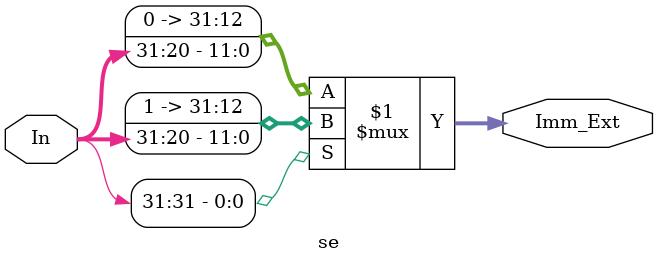
<source format=v>
module se(In,Imm_Ext);
    input[31:0] In;
    output[31:0] Imm_Ext;

    assign Imm_Ext = (In[31]) ? {{20{1'b1}},In[31:20]} : 
                                {{20{1'b0}},In[31:20]}; //To concatinate according to sign of the number (sign at 12th bit of number)

endmodule
</source>
